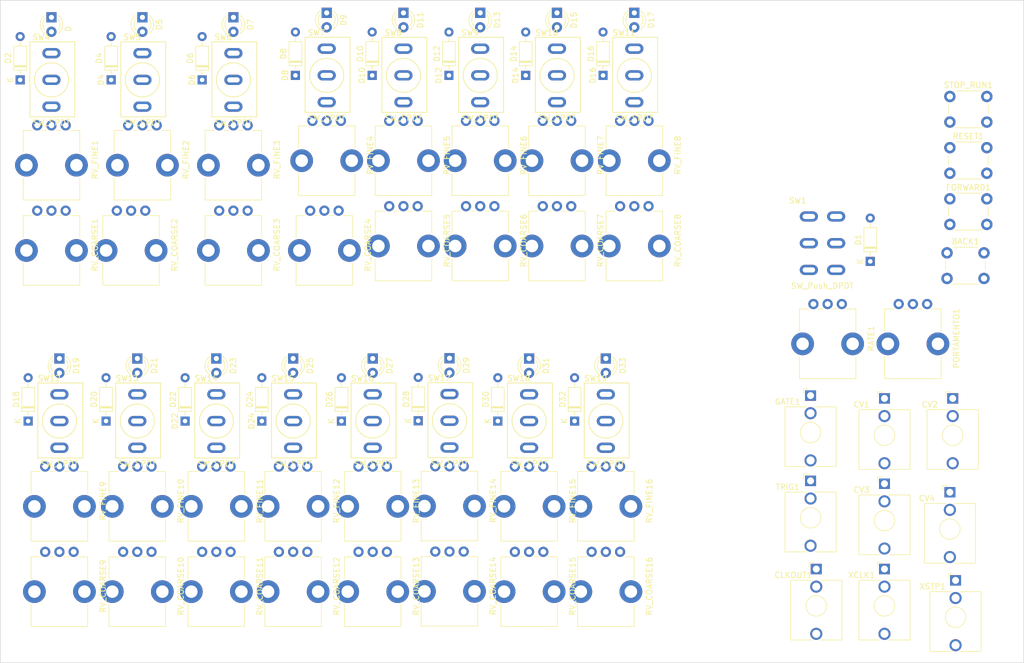
<source format=kicad_pcb>
(kicad_pcb (version 20221018) (generator pcbnew)
  (layers (0 "F.Cu" signal) (31 "B.Cu" signal) (34 "B.Paste" user) (35 "F.Paste" user) (36 "B.SilkS" user "B.Silkscreen") (37 "F.SilkS" user "F.Silkscreen") (38 "B.Mask" user) (39 "F.Mask" user) (44 "Edge.Cuts" user))
  (net 0 "")
  (net 1 "STDN")
  (net 2 "+12V")
  (net 3 "GND")
  (net 4 "CLKOUT")
  (net 5 "CV1")
  (net 6 "CV2")
  (net 7 "CV3")
  (net 8 "Net-(D1-K)")
  (net 9 "Net-(D1-A)")
  (net 10 "Net-(D2-K)")
  (net 11 "S1")
  (net 12 "CBUS")
  (net 13 "Net-(D4-K)")
  (net 14 "S2")
  (net 15 "Net-(D6-K)")
  (net 16 "S3")
  (net 17 "Net-(D8-K)")
  (net 18 "S4")
  (net 19 "Net-(D10-K)")
  (net 20 "S5")
  (net 21 "Net-(D12-K)")
  (net 22 "S6")
  (net 23 "Net-(D14-K)")
  (net 24 "S7")
  (net 25 "Net-(D16-K)")
  (net 26 "S8")
  (net 27 "Net-(D18-K)")
  (net 28 "S9")
  (net 29 "Net-(D20-K)")
  (net 30 "S10")
  (net 31 "Net-(D22-K)")
  (net 32 "S11")
  (net 33 "Net-(D24-K)")
  (net 34 "S12")
  (net 35 "STUP")
  (net 36 "GATE")
  (net 37 "PORT_1_2")
  (net 38 "PORT_3")
  (net 39 "RATE_1_2")
  (net 40 "RATE_3")
  (net 41 "RST")
  (net 42 "C1")
  (net 43 "VSRC")
  (net 44 "C2")
  (net 45 "C3")
  (net 46 "C4")
  (net 47 "C5")
  (net 48 "C6")
  (net 49 "C7")
  (net 50 "C8")
  (net 51 "C9")
  (net 52 "C10")
  (net 53 "C11")
  (net 54 "C12")
  (net 55 "F1")
  (net 56 "F2")
  (net 57 "F3")
  (net 58 "F4")
  (net 59 "F5")
  (net 60 "F6")
  (net 61 "F7")
  (net 62 "F8")
  (net 63 "F9")
  (net 64 "F10")
  (net 65 "F11")
  (net 66 "F12")
  (net 67 "STRN")
  (net 69 "RND")
  (net 70 "Net-(SW1-B-Pad5)")
  (net 72 "GB")
  (net 73 "TRIG")
  (net 74 "XCLK")
  (net 75 "XSTP")
  (net 76 "Net-(D26-K)")
  (net 77 "S13")
  (net 78 "Net-(D28-K)")
  (net 79 "S14")
  (net 80 "Net-(D30-K)")
  (net 81 "S15")
  (net 82 "Net-(D32-K)")
  (net 83 "S16")
  (net 84 "C13")
  (net 85 "C14")
  (net 86 "C15")
  (net 87 "C16")
  (net 88 "F13")
  (net 89 "F14")
  (net 90 "F15")
  (net 91 "F16")
  (footprint "Library:Jack_3.5mm_QingPu_WQP-PJ398SM_Vertical_CircularHoles" (layer "F.Cu") (at 143.5 112.5)
    (fp_text reference "CLKOUT1" (at -4.03 -5.4 180) (layer "F.SilkS"))
    (fp_text value "AudioJack2")
    (pad "S" thru_hole rect (at 0 -6.48 180) (size 1.93 1.83) (drill 1.22) (layers "*.Cu" "*.Mask") (net 3 "GND"))
    (pad "T" thru_hole circle (at 0 4.92 180) (size 2.13 2.13) (drill 1.43) (layers "*.Cu" "*.Mask") (net 4 "CLKOUT"))
    (pad "TN" thru_hole circle (at 0 -3.38 180) (size 2.13 2.13) (drill 1.42) (layers "*.Cu" "*.Mask"))
  )
  (footprint "Diode_THT:D_DO-35_SOD27_P7.62mm_Horizontal" (layer "F.Cu") (at 60 80 90)
    (fp_text reference "D26" (at 3.81 -2.12 90) (layer "F.SilkS"))
    (fp_text value "1N914")
    (fp_text user "K" (at 0 -1.8 90) (layer "F.SilkS"))
    (pad "1" thru_hole rect (at 0 0 90) (size 1.6 1.6) (drill 0.8) (layers "*.Cu" "*.Mask") (net 76 "Net-(D26-K)"))
    (pad "2" thru_hole oval (at 7.62 0 90) (size 1.6 1.6) (drill 0.8) (layers "*.Cu" "*.Mask") (net 77 "S13"))
  )
  (footprint "benjiaomodular:ToggleSwitch_MTS-102_SPDT" (layer "F.Cu") (at 79 79.95)
    (fp_text reference "SW17" (at -1.8 -7.5) (layer "F.SilkS"))
    (fp_text value "SW_SPDT" (at 0 7.5) (layer "F.SilkS"))
    (pad "1" thru_hole oval (at 0 -4.7) (size 3.2 1.8) (drill oval 2.2 0.9) (layers "*.Cu" "*.Mask") (net 79 "S14"))
    (pad "2" thru_hole oval (at 0 0) (size 3.2 1.8) (drill oval 2.2 0.9) (layers "*.Cu" "*.Mask") (net 78 "Net-(D28-K)"))
    (pad "3" thru_hole oval (at 0 4.7) (size 3.2 1.8) (drill oval 2.2 0.9) (layers "*.Cu" "*.Mask") (net 72 "GB"))
  )
  (footprint "Library:Potentiometer_Bourns_PTV09A-1_Single_Vertical" (layer "F.Cu") (at 97.904 34.21)
    (fp_text reference "RV_FINE7" (at 7.65 -0.95 -90) (layer "F.SilkS"))
    (fp_text value "100K")
    (pad "" np_thru_hole circle (at -4.4 0 270) (size 4 4) (drill 2.2) (layers "F&B.Cu" "*.Mask"))
    (pad "" np_thru_hole circle (at 4.4 0 270) (size 4 4) (drill 2.2) (layers "F&B.Cu" "*.Mask"))
    (pad "1" thru_hole circle (at -2.5 -7 270) (size 1.8 1.8) (drill 1) (layers "*.Cu" "*.Mask") (net 3 "GND"))
    (pad "2" thru_hole circle (at 0 -7 270) (size 1.8 1.8) (drill 1) (layers "*.Cu" "*.Mask") (net 61 "F7"))
    (pad "3" thru_hole circle (at 2.5 -7 270) (size 1.8 1.8) (drill 1) (layers "*.Cu" "*.Mask") (net 43 "VSRC"))
  )
  (footprint "benjiaomodular:ToggleSwitch_MTS-202_DPDT" (layer "F.Cu") (at 144.6 48.72)
    (fp_text reference "SW1" (at -4.35 -7.5) (layer "F.SilkS"))
    (fp_text value "SW_Push_DPDT" (at 0 7.5) (layer "F.SilkS"))
    (pad "1" thru_hole oval (at -2.4 -4.7) (size 3.2 1.8) (drill oval 2.2 0.9) (layers "*.Cu" "*.Mask"))
    (pad "2" thru_hole oval (at -2.4 0) (size 3.2 1.8) (drill oval 2.2 0.9) (layers "*.Cu" "*.Mask") (net 3 "GND"))
    (pad "3" thru_hole oval (at -2.4 4.7) (size 3.2 1.8) (drill oval 2.2 0.9) (layers "*.Cu" "*.Mask") (net 69 "RND"))
    (pad "4" thru_hole oval (at 2.4 -4.7) (size 3.2 1.8) (drill oval 2.2 0.9) (layers "*.Cu" "*.Mask") (net 8 "Net-(D1-K)"))
    (pad "5" thru_hole oval (at 2.4 0) (size 3.2 1.8) (drill oval 2.2 0.9) (layers "*.Cu" "*.Mask") (net 70 "Net-(SW1-B-Pad5)"))
    (pad "6" thru_hole oval (at 2.4 4.7) (size 3.2 1.8) (drill oval 2.2 0.9) (layers "*.Cu" "*.Mask"))
  )
  (footprint "benjiaomodular:ToggleSwitch_MTS-102_SPDT" (layer "F.Cu") (at 84.404 19.21)
    (fp_text reference "SW9" (at -1.8 -7.5) (layer "F.SilkS"))
    (fp_text value "SW_SPDT" (at 0 7.5) (layer "F.SilkS"))
    (pad "1" thru_hole oval (at 0 -4.7) (size 3.2 1.8) (drill oval 2.2 0.9) (layers "*.Cu" "*.Mask") (net 22 "S6"))
    (pad "2" thru_hole oval (at 0 0) (size 3.2 1.8) (drill oval 2.2 0.9) (layers "*.Cu" "*.Mask") (net 21 "Net-(D12-K)"))
    (pad "3" thru_hole oval (at 0 4.7) (size 3.2 1.8) (drill oval 2.2 0.9) (layers "*.Cu" "*.Mask") (net 72 "GB"))
  )
  (footprint "Library:Potentiometer_Bourns_PTV09A-1_Single_Vertical" (layer "F.Cu") (at 111.504 49.21)
    (fp_text reference "RV_COARSE8" (at 7.65 -0.95 -90) (layer "F.SilkS"))
    (fp_text value "100K")
    (pad "" np_thru_hole circle (at -4.4 0 270) (size 4 4) (drill 2.2) (layers "F&B.Cu" "*.Mask"))
    (pad "" np_thru_hole circle (at 4.4 0 270) (size 4 4) (drill 2.2) (layers "F&B.Cu" "*.Mask"))
    (pad "1" thru_hole circle (at -2.5 -7 270) (size 1.8 1.8) (drill 1) (layers "*.Cu" "*.Mask") (net 3 "GND"))
    (pad "2" thru_hole circle (at 0 -7 270) (size 1.8 1.8) (drill 1) (layers "*.Cu" "*.Mask") (net 50 "C8"))
    (pad "3" thru_hole circle (at 2.5 -7 270) (size 1.8 1.8) (drill 1) (layers "*.Cu" "*.Mask") (net 43 "VSRC"))
  )
  (footprint "benjiaomodular:ToggleSwitch_MTS-102_SPDT" (layer "F.Cu") (at 65.5 80)
    (fp_text reference "SW16" (at -1.8 -7.5) (layer "F.SilkS"))
    (fp_text value "SW_SPDT" (at 0 7.5) (layer "F.SilkS"))
    (pad "1" thru_hole oval (at 0 -4.7) (size 3.2 1.8) (drill oval 2.2 0.9) (layers "*.Cu" "*.Mask") (net 77 "S13"))
    (pad "2" thru_hole oval (at 0 0) (size 3.2 1.8) (drill oval 2.2 0.9) (layers "*.Cu" "*.Mask") (net 76 "Net-(D26-K)"))
    (pad "3" thru_hole oval (at 0 4.7) (size 3.2 1.8) (drill oval 2.2 0.9) (layers "*.Cu" "*.Mask") (net 72 "GB"))
  )
  (footprint "Library:Potentiometer_Bourns_PTV09A-1_Single_Vertical" (layer "F.Cu") (at 93 110)
    (fp_text reference "RV_COARSE15" (at 7.65 -0.95 -90) (layer "F.SilkS"))
    (fp_text value "100K")
    (pad "" np_thru_hole circle (at -4.4 0 270) (size 4 4) (drill 2.2) (layers "F&B.Cu" "*.Mask"))
    (pad "" np_thru_hole circle (at 4.4 0 270) (size 4 4) (drill 2.2) (layers "F&B.Cu" "*.Mask"))
    (pad "1" thru_hole circle (at -2.5 -7 270) (size 1.8 1.8) (drill 1) (layers "*.Cu" "*.Mask") (net 3 "GND"))
    (pad "2" thru_hole circle (at 0 -7 270) (size 1.8 1.8) (drill 1) (layers "*.Cu" "*.Mask") (net 86 "C15"))
    (pad "3" thru_hole circle (at 2.5 -7 270) (size 1.8 1.8) (drill 1) (layers "*.Cu" "*.Mask") (net 43 "VSRC"))
  )
  (footprint "Library:Potentiometer_Bourns_PTV09A-1_Single_Vertical" (layer "F.Cu") (at 160.5 66.42)
    (fp_text reference "PORTAMENTO1" (at 7.65 -0.95 -90) (layer "F.SilkS"))
    (fp_text value "1M")
    (pad "" np_thru_hole circle (at -4.4 0 270) (size 4 4) (drill 2.2) (layers "F&B.Cu" "*.Mask"))
    (pad "" np_thru_hole circle (at 4.4 0 270) (size 4 4) (drill 2.2) (layers "F&B.Cu" "*.Mask"))
    (pad "1" thru_hole circle (at -2.5 -7 270) (size 1.8 1.8) (drill 1) (layers "*.Cu" "*.Mask") (net 37 "PORT_1_2"))
    (pad "2" thru_hole circle (at 0 -7 270) (size 1.8 1.8) (drill 1) (layers "*.Cu" "*.Mask") (net 37 "PORT_1_2"))
    (pad "3" thru_hole circle (at 2.5 -7 270) (size 1.8 1.8) (drill 1) (layers "*.Cu" "*.Mask") (net 38 "PORT_3"))
  )
  (footprint "Library:Jack_3.5mm_QingPu_WQP-PJ398SM_Vertical_CircularHoles" (layer "F.Cu") (at 155.5 97.5)
    (fp_text reference "CV3" (at -4.03 -5.4 180) (layer "F.SilkS"))
    (fp_text value "AudioJack2")
    (pad "S" thru_hole rect (at 0 -6.48 180) (size 1.93 1.83) (drill 1.22) (layers "*.Cu" "*.Mask") (net 3 "GND"))
    (pad "T" thru_hole circle (at 0 4.92 180) (size 2.13 2.13) (drill 1.43) (layers "*.Cu" "*.Mask") (net 6 "CV2"))
    (pad "TN" thru_hole circle (at 0 -3.38 180) (size 2.13 2.13) (drill 1.42) (layers "*.Cu" "*.Mask"))
  )
  (footprint "Diode_THT:D_DO-35_SOD27_P7.62mm_Horizontal" (layer "F.Cu") (at 46 80 90)
    (fp_text reference "D24" (at 3.81 -2.12 90) (layer "F.SilkS"))
    (fp_text value "1N914")
    (fp_text user "${REFERENCE}" (at 0 -1.8 90) (layer "F.SilkS"))
    (pad "1" thru_hole rect (at 0 0 90) (size 1.6 1.6) (drill 0.8) (layers "*.Cu" "*.Mask") (net 33 "Net-(D24-K)"))
    (pad "2" thru_hole oval (at 7.62 0 90) (size 1.6 1.6) (drill 0.8) (layers "*.Cu" "*.Mask") (net 34 "S12"))
  )
  (footprint "Diode_THT:D_DO-35_SOD27_P7.62mm_Horizontal" (layer "F.Cu") (at 87.5 80 90)
    (fp_text reference "D30" (at 3.81 -2.12 90) (layer "F.SilkS"))
    (fp_text value "1N914")
    (fp_text user "K" (at 0 -1.8 90) (layer "F.SilkS"))
    (pad "1" thru_hole rect (at 0 0 90) (size 1.6 1.6) (drill 0.8) (layers "*.Cu" "*.Mask") (net 80 "Net-(D30-K)"))
    (pad "2" thru_hole oval (at 7.62 0 90) (size 1.6 1.6) (drill 0.8) (layers "*.Cu" "*.Mask") (net 81 "S15"))
  )
  (footprint "LED_THT:LED_D3.0mm" (layer "F.Cu") (at 70.904 8.21 -90)
    (fp_text reference "D11" (at 1.27 -2.96 90) (layer "F.SilkS"))
    (fp_text value "LED")
    (pad "1" thru_hole rect (at 0 0 270) (size 1.8 1.8) (drill 0.9) (layers "*.Cu" "*.Mask") (net 12 "CBUS"))
    (pad "2" thru_hole circle (at 2.54 0 270) (size 1.8 1.8) (drill 0.9) (layers "*.Cu" "*.Mask") (net 20 "S5"))
  )
  (footprint "benjiaomodular:ToggleSwitch_MTS-102_SPDT" (layer "F.Cu") (at 24.1 80)
    (fp_text reference "SW13" (at -1.8 -7.5) (layer "F.SilkS"))
    (fp_text value "SW_SPDT" (at 0 7.5) (layer "F.SilkS"))
    (pad "1" thru_hole oval (at 0 -4.7) (size 3.2 1.8) (drill oval 2.2 0.9) (layers "*.Cu" "*.Mask") (net 30 "S10"))
    (pad "2" thru_hole oval (at 0 0) (size 3.2 1.8) (drill oval 2.2 0.9) (layers "*.Cu" "*.Mask") (net 29 "Net-(D20-K)"))
    (pad "3" thru_hole oval (at 0 4.7) (size 3.2 1.8) (drill oval 2.2 0.9) (layers "*.Cu" "*.Mask") (net 72 "GB"))
  )
  (footprint "Diode_THT:D_DO-35_SOD27_P7.62mm_Horizontal" (layer "F.Cu") (at 153 51.92 90)
    (fp_text reference "D1" (at 3.81 -2.12 90) (layer "F.SilkS"))
    (fp_text value "1N914")
    (fp_text user "K" (at 0 -1.8 90) (layer "F.SilkS"))
    (pad "1" thru_hole rect (at 0 0 90) (size 1.6 1.6) (drill 0.8) (layers "*.Cu" "*.Mask") (net 8 "Net-(D1-K)"))
    (pad "2" thru_hole oval (at 7.62 0 90) (size 1.6 1.6) (drill 0.8) (layers "*.Cu" "*.Mask") (net 9 "Net-(D1-A)"))
  )
  (footprint "Diode_THT:D_DO-35_SOD27_P7.62mm_Horizontal" (layer "F.Cu") (at 106.004 19.21 90)
    (fp_text reference "D16" (at 3.81 -2.12 90) (layer "F.SilkS"))
    (fp_text value "1N914")
    (fp_text user "${REFERENCE}" (at 0 -1.8 90) (layer "F.SilkS"))
    (pad "1" thru_hole rect (at 0 0 90) (size 1.6 1.6) (drill 0.8) (layers "*.Cu" "*.Mask") (net 25 "Net-(D16-K)"))
    (pad "2" thru_hole oval (at 7.62 0 90) (size 1.6 1.6) (drill 0.8) (layers "*.Cu" "*.Mask") (net 26 "S8"))
  )
  (footprint "Diode_THT:D_DO-35_SOD27_P7.62mm_Horizontal" (layer "F.Cu") (at 3.5 20 90)
    (fp_text reference "D2" (at 3.81 -2.12 90) (layer "F.SilkS"))
    (fp_text value "1N914")
    (fp_text user "K" (at 0 -1.8 90) (layer "F.SilkS"))
    (pad "1" thru_hole rect (at 0 0 90) (size 1.6 1.6) (drill 0.8) (layers "*.Cu" "*.Mask") (net 10 "Net-(D2-K)"))
    (pad "2" thru_hole oval (at 7.62 0 90) (size 1.6 1.6) (drill 0.8) (layers "*.Cu" "*.Mask") (net 11 "S1"))
  )
  (footprint "LED_THT:LED_D3.0mm" (layer "F.Cu") (at 41 9 -90)
    (fp_text reference "D7" (at 1.27 -2.96 90) (layer "F.SilkS"))
    (fp_text value "LED")
    (pad "1" thru_hole rect (at 0 0 270) (size 1.8 1.8) (drill 0.9) (layers "*.Cu" "*.Mask") (net 12 "CBUS"))
    (pad "2" thru_hole circle (at 2.54 0 270) (size 1.8 1.8) (drill 0.9) (layers "*.Cu" "*.Mask") (net 16 "S3"))
  )
  (footprint "Library:Jack_3.5mm_QingPu_WQP-PJ398SM_Vertical_CircularHoles" (layer "F.Cu") (at 142.5 97)
    (fp_text reference "TRIG1" (at -4.03 -5.4 180) (layer "F.SilkS"))
    (fp_text value "AudioJack2")
    (pad "S" thru_hole rect (at 0 -6.48 180) (size 1.93 1.83) (drill 1.22) (layers "*.Cu" "*.Mask") (net 3 "GND"))
    (pad "T" thru_hole circle (at 0 4.92 180) (size 2.13 2.13) (drill 1.43) (layers "*.Cu" "*.Mask") (net 73 "TRIG"))
    (pad "TN" thru_hole circle (at 0 -3.38 180) (size 2.13 2.13) (drill 1.42) (layers "*.Cu" "*.Mask"))
  )
  (footprint "Library:Potentiometer_Bourns_PTV09A-1_Single_Vertical" (layer "F.Cu") (at 79 94.95)
    (fp_text reference "RV_FINE14" (at 7.65 -0.95 -90) (layer "F.SilkS"))
    (fp_text value "100K")
    (pad "" np_thru_hole circle (at -4.4 0 270) (size 4 4) (drill 2.2) (layers "F&B.Cu" "*.Mask"))
    (pad "" np_thru_hole circle (at 4.4 0 270) (size 4 4) (drill 2.2) (layers "F&B.Cu" "*.Mask"))
    (pad "1" thru_hole circle (at -2.5 -7 270) (size 1.8 1.8) (drill 1) (layers "*.Cu" "*.Mask") (net 3 "GND"))
    (pad "2" thru_hole circle (at 0 -7 270) (size 1.8 1.8) (drill 1) (layers "*.Cu" "*.Mask") (net 89 "F14"))
    (pad "3" thru_hole circle (at 2.5 -7 270) (size 1.8 1.8) (drill 1) (layers "*.Cu" "*.Mask") (net 43 "VSRC"))
  )
  (footprint "LED_THT:LED_D3.0mm" (layer "F.Cu") (at 25 9 -90)
    (fp_text reference "D5" (at 1.27 -2.96 90) (layer "F.SilkS"))
    (fp_text value "LED")
    (pad "1" thru_hole rect (at 0 0 270) (size 1.8 1.8) (drill 0.9) (layers "*.Cu" "*.Mask") (net 12 "CBUS"))
    (pad "2" thru_hole circle (at 2.54 0 270) (size 1.8 1.8) (drill 0.9) (layers "*.Cu" "*.Mask") (net 14 "S2"))
  )
  (footprint "Diode_THT:D_DO-35_SOD27_P7.62mm_Horizontal" (layer "F.Cu") (at 92.404 19.21 90)
    (fp_text reference "D14" (at 3.81 -2.12 90) (layer "F.SilkS"))
    (fp_text value "1N914")
    (fp_text user "${REFERENCE}" (at 0 -1.8 90) (layer "F.SilkS"))
    (pad "1" thru_hole rect (at 0 0 90) (size 1.6 1.6) (drill 0.8) (layers "*.Cu" "*.Mask") (net 23 "Net-(D14-K)"))
    (pad "2" thru_hole oval (at 7.62 0 90) (size 1.6 1.6) (drill 0.8) (layers "*.Cu" "*.Mask") (net 24 "S7"))
  )
  (footprint "Library:Potentiometer_Bourns_PTV09A-1_Single_Vertical" (layer "F.Cu") (at 23 50)
    (fp_text reference "RV_COARSE2" (at 7.65 -0.95 -90) (layer "F.SilkS"))
    (fp_text value "100K")
    (pad "" np_thru_hole circle (at -4.4 0 270) (size 4 4) (drill 2.2) (layers "F&B.Cu" "*.Mask"))
    (pad "" np_thru_hole circle (at 4.4 0 270) (size 4 4) (drill 2.2) (layers "F&B.Cu" "*.Mask"))
    (pad "1" thru_hole circle (at -2.5 -7 270) (size 1.8 1.8) (drill 1) (layers "*.Cu" "*.Mask") (net 3 "GND"))
    (pad "2" thru_hole circle (at 0 -7 270) (size 1.8 1.8) (drill 1) (layers "*.Cu" "*.Mask") (net 44 "C2"))
    (pad "3" thru_hole circle (at 2.5 -7 270) (size 1.8 1.8) (drill 1) (layers "*.Cu" "*.Mask") (net 43 "VSRC"))
  )
  (footprint "Button_Switch_THT:SW_PUSH_6mm" (layer "F.Cu") (at 167 22.92)
    (fp_text reference "STOP_RUN1" (at 3.25 -2) (layer "F.SilkS"))
    (fp_text value "SW_Push")
    (pad "1" thru_hole circle (at 0 0 90) (size 2 2) (drill 1.1) (layers "*.Cu" "*.Mask") (net 67 "STRN"))
    (pad "1" thru_hole circle (at 6.5 0 90) (size 2 2) (drill 1.1) (layers "*.Cu" "*.Mask") (net 67 "STRN"))
    (pad "2" thru_hole circle (at 0 4.5 90) (size 2 2) (drill 1.1) (layers "*.Cu" "*.Mask") (net 2 "+12V"))
    (pad "2" thru_hole circle (at 6.5 4.5 90) (size 2 2) (drill 1.1) (layers "*.Cu" "*.Mask") (net 2 "+12V"))
  )
  (footprint "benjiaomodular:ToggleSwitch_MTS-102_SPDT" (layer "F.Cu") (at 106.5 80)
    (fp_text reference "SW19" (at -1.8 -7.5) (layer "F.SilkS"))
    (fp_text value "SW_SPDT" (at 0 7.5) (layer "F.SilkS"))
    (pad "1" thru_hole oval (at 0 -4.7) (size 3.2 1.8) (drill oval 2.2 0.9) (layers "*.Cu" "*.Mask") (net 83 "S16"))
    (pad "2" thru_hole oval (at 0 0) (size 3.2 1.8) (drill oval 2.2 0.9) (layers "*.Cu" "*.Mask") (net 82 "Net-(D32-K)"))
    (pad "3" thru_hole oval (at 0 4.7) (size 3.2 1.8) (drill oval 2.2 0.9) (layers "*.Cu" "*.Mask") (net 72 "GB"))
  )
  (footprint "Library:Jack_3.5mm_QingPu_WQP-PJ398SM_Vertical_CircularHoles" (layer "F.Cu") (at 168 114.5)
    (fp_text reference "XSTP1" (at -4.03 -5.4 180) (layer "F.SilkS"))
    (fp_text value "AudioJack2")
    (pad "S" thru_hole rect (at 0 -6.48 180) (size 1.93 1.83) (drill 1.22) (layers "*.Cu" "*.Mask") (net 3 "GND"))
    (pad "T" thru_hole circle (at 0 4.92 180) (size 2.13 2.13) (drill 1.43) (layers "*.Cu" "*.Mask") (net 75 "XSTP"))
    (pad "TN" thru_hole circle (at 0 -3.38 180) (size 2.13 2.13) (drill 1.42) (layers "*.Cu" "*.Mask"))
  )
  (footprint "Library:Potentiometer_Bourns_PTV09A-1_Single_Vertical" (layer "F.Cu") (at 24.1 95)
    (fp_text reference "RV_FINE10" (at 7.65 -0.95 -90) (layer "F.SilkS"))
    (fp_text value "100K")
    (pad "" np_thru_hole circle (at -4.4 0 270) (size 4 4) (drill 2.2) (layers "F&B.Cu" "*.Mask"))
    (pad "" np_thru_hole circle (at 4.4 0 270) (size 4 4) (drill 2.2) (layers "F&B.Cu" "*.Mask"))
    (pad "1" thru_hole circle (at -2.5 -7 270) (size 1.8 1.8) (drill 1) (layers "*.Cu" "*.Mask") (net 3 "GND"))
    (pad "2" thru_hole circle (at 0 -7 270) (size 1.8 1.8) (drill 1) (layers "*.Cu" "*.Mask") (net 64 "F10"))
    (pad "3" thru_hole circle (at 2.5 -7 270) (size 1.8 1.8) (drill 1) (layers "*.Cu" "*.Mask") (net 43 "VSRC"))
  )
  (footprint "benjiaomodular:ToggleSwitch_MTS-102_SPDT" (layer "F.Cu") (at 51.5 80)
    (fp_text reference "SW15" (at -1.8 -7.5) (layer "F.SilkS"))
    (fp_text value "SW_SPDT" (at 0 7.5) (layer "F.SilkS"))
    (pad "1" thru_hole oval (at 0 -4.7) (size 3.2 1.8) (drill oval 2.2 0.9) (layers "*.Cu" "*.Mask") (net 34 "S12"))
    (pad "2" thru_hole oval (at 0 0) (size 3.2 1.8) (drill oval 2.2 0.9) (layers "*.Cu" "*.Mask") (net 33 "Net-(D24-K)"))
    (pad "3" thru_hole oval (at 0 4.7) (size 3.2 1.8) (drill oval 2.2 0.9) (layers "*.Cu" "*.Mask") (net 72 "GB"))
  )
  (footprint "Library:Potentiometer_Bourns_PTV09A-1_Single_Vertical" (layer "F.Cu") (at 84.404 34.21)
    (fp_text reference "RV_FINE6" (at 7.65 -0.95 -90) (layer "F.SilkS"))
    (fp_text value "100K")
    (pad "" np_thru_hole circle (at -4.4 0 270) (size 4 4) (drill 2.2) (layers "F&B.Cu" "*.Mask"))
    (pad "" np_thru_hole circle (at 4.4 0 270) (size 4 4) (drill 2.2) (layers "F&B.Cu" "*.Mask"))
    (pad "1" thru_hole circle (at -2.5 -7 270) (size 1.8 1.8) (drill 1) (layers "*.Cu" "*.Mask") (net 3 "GND"))
    (pad "2" thru_hole circle (at 0 -7 270) (size 1.8 1.8) (drill 1) (layers "*.Cu" "*.Mask") (net 60 "F6"))
    (pad "3" thru_hole circle (at 2.5 -7 270) (size 1.8 1.8) (drill 1) (layers "*.Cu" "*.Mask") (net 43 "VSRC"))
  )
  (footprint "Button_Switch_THT:SW_PUSH_6mm" (layer "F.Cu") (at 167 40.92)
    (fp_text reference "FORWARD1" (at 3.25 -2) (layer "F.SilkS"))
    (fp_text value "SW_Push")
    (pad "1" thru_hole circle (at 0 0 90) (size 2 2) (drill 1.1) (layers "*.Cu" "*.Mask") (net 35 "STUP"))
    (pad "1" thru_hole circle (at 6.5 0 90) (size 2 2) (drill 1.1) (layers "*.Cu" "*.Mask") (net 35 "STUP"))
    (pad "2" thru_hole circle (at 0 4.5 90) (size 2 2) (drill 1.1) (layers "*.Cu" "*.Mask") (net 2 "+12V"))
    (pad "2" thru_hole circle (at 6.5 4.5 90) (size 2 2) (drill 1.1) (layers "*.Cu" "*.Mask") (net 2 "+12V"))
  )
  (footprint "Library:Potentiometer_Bourns_PTV09A-1_Single_Vertical" (layer "F.Cu") (at 65.5 110)
    (fp_text reference "RV_COARSE13" (at 7.65 -0.95 -90) (layer "F.SilkS"))
    (fp_text value "100K")
    (pad "" np_thru_hole circle (at -4.4 0 270) (size 4 4) (drill 2.2) (layers "F&B.Cu" "*.Mask"))
    (pad "" np_thru_hole circle (at 4.4 0 270) (size 4 4) (drill 2.2) (layers "F&B.Cu" "*.Mask"))
    (pad "1" thru_hole circle (at -2.5 -7 270) (size 1.8 1.8) (drill 1) (layers "*.Cu" "*.Mask") (net 3 "GND"))
    (pad "2" thru_hole circle (at 0 -7 270) (size 1.8 1.8) (drill 1) (layers "*.Cu" "*.Mask") (net 84 "C13"))
    (pad "3" thru_hole circle (at 2.5 -7 270) (size 1.8 1.8) (drill 1) (layers "*.Cu" "*.Mask") (net 43 "VSRC"))
  )
  (footprint "LED_THT:LED_D3.0mm" (layer "F.Cu") (at 106.5 69 -90)
    (fp_text reference "D33" (at 1.27 -2.96 90) (layer "F.SilkS"))
    (fp_text value "LED")
    (pad "1" thru_hole rect (at 0 0 270) (size 1.8 1.8) (drill 0.9) (layers "*.Cu" "*.Mask") (net 12 "CBUS"))
    (pad "2" thru_hole circle (at 2.54 0 270) (size 1.8 1.8) (drill 0.9) (layers "*.Cu" "*.Mask") (net 83 "S16"))
  )
  (footprint "Button_Switch_THT:SW_PUSH_6mm" (layer "F.Cu") (at 166.5 50.42)
    (fp_text reference "BACK1" (at 3.25 -2) (layer "F.SilkS"))
    (fp_text value "SW_Push")
    (pad "1" thru_hole circle (at 0 0 90) (size 2 2) (drill 1.1) (layers "*.Cu" "*.Mask") (net 1 "STDN"))
    (pad "1" thru_hole circle (at 6.5 0 90) (size 2 2) (drill 1.1) (layers "*.Cu" "*.Mask") (net 1 "STDN"))
    (pad "2" thru_hole circle (at 0 4.5 90) (size 2 2) (drill 1.1) (layers "*.Cu" "*.Mask") (net 2 "+12V"))
    (pad "2" thru_hole circle (at 6.5 4.5 90) (size 2 2) (drill 1.1) (layers "*.Cu" "*.Mask") (net 2 "+12V"))
  )
  (footprint "Button_Switch_THT:SW_PUSH_6mm" (layer "F.Cu") (at 167 31.92)
    (fp_text reference "RESET1" (at 3.25 -2) (layer "F.SilkS"))
    (fp_text value "SW_Push")
    (pad "1" thru_hole circle (at 0 0 90) (size 2 2) (drill 1.1) (layers "*.Cu" "*.Mask") (net 41 "RST"))
    (pad "1" thru_hole circle (at 6.5 0 90) (size 2 2) (drill 1.1) (layers "*.Cu" "*.Mask") (net 41 "RST"))
    (pad "2" thru_hole circle (at 0 4.5 90) (size 2 2) (drill 1.1) (layers "*.Cu" "*.Mask") (net 3 "GND"))
    (pad "2" thru_hole circle (at 6.5 4.5 90) (size 2 2) (drill 1.1) (layers "*.Cu" "*.Mask") (net 3 "GND"))
  )
  (footprint "Library:Potentiometer_Bourns_PTV09A-1_Single_Vertical" (layer "F.Cu") (at 41 50)
    (fp_text reference "RV_COARSE3" (at 7.65 -0.95 -90) (layer "F.SilkS"))
    (fp_text value "100K")
    (pad "" np_thru_hole circle (at -4.4 0 270) (size 4 4) (drill 2.2) (layers "F&B.Cu" "*.Mask"))
    (pad "" np_thru_hole circle (at 4.4 0 270) (size 4 4) (drill 2.2) (layers "F&B.Cu" "*.Mask"))
    (pad "1" thru_hole circle (at -2.5 -7 270) (size 1.8 1.8) (drill 1) (layers "*.Cu" "*.Mask") (net 3 "GND"))
    (pad "2" thru_hole circle (at 0 -7 270) (size 1.8 1.8) (drill 1) (layers "*.Cu" "*.Mask") (net 45 "C3"))
    (pad "3" thru_hole circle (at 2.5 -7 270) (size 1.8 1.8) (drill 1) (layers "*.Cu" "*.Mask") (net 43 "VSRC"))
  )
  (footprint "Diode_THT:D_DO-35_SOD27_P7.62mm_Horizontal" (layer "F.Cu") (at 32.5 80 90)
    (fp_text reference "D22" (at 3.81 -2.12 90) (layer "F.SilkS"))
    (fp_text value "1N914")
    (fp_text user "${REFERENCE}" (at 0 -1.8 90) (layer "F.SilkS"))
    (pad "1" thru_hole rect (at 0 0 90) (size 1.6 1.6) (drill 0.8) (layers "*.Cu" "*.Mask") (net 31 "Net-(D22-K)"))
    (pad "2" thru_hole oval (at 7.62 0 90) (size 1.6 1.6) (drill 0.8) (layers "*.Cu" "*.Mask") (net 32 "S11"))
  )
  (footprint "Library:Potentiometer_Bourns_PTV09A-1_Single_Vertical" (layer "F.Cu") (at 93 95)
    (fp_text reference "RV_FINE15" (at 7.65 -0.95 -90) (layer "F.SilkS"))
    (fp_text value "100K")
    (pad "" np_thru_hole circle (at -4.4 0 270) (size 4 4) (drill 2.2) (layers "F&B.Cu" "*.Mask"))
    (pad "" np_thru_hole circle (at 4.4 0 270) (size 4 4) (drill 2.2) (layers "F&B.Cu" "*.Mask"))
    (pad "1" thru_hole circle (at -2.5 -7 270) (size 1.8 1.8) (drill 1) (layers "*.Cu" "*.Mask") (net 3 "GND"))
    (pad "2" thru_hole circle (at 0 -7 270) (size 1.8 1.8) (drill 1) (layers "*.Cu" "*.Mask") (net 90 "F15"))
    (pad "3" thru_hole circle (at 2.5 -7 270) (size 1.8 1.8) (drill 1) (layers "*.Cu" "*.Mask") (net 43 "VSRC"))
  )
  (footprint "Library:Potentiometer_Bourns_PTV09A-1_Single_Vertical" (layer "F.Cu") (at 70.904 49.21)
    (fp_text reference "RV_COARSE5" (at 7.65 -0.95 -90) (layer "F.SilkS"))
    (fp_text value "100K")
    (pad "" np_thru_hole circle (at -4.4 0 270) (size 4 4) (drill 2.2) (layers "F&B.Cu" "*.Mask"))
    (pad "" np_thru_hole circle (at 4.4 0 270) (size 4 4) (drill 2.2) (layers "F&B.Cu" "*.Mask"))
    (pad "1" thru_hole circle (at -2.5 -7 270) (size 1.8 1.8) (drill 1) (layers "*.Cu" "*.Mask") (net 3 "GND"))
    (pad "2" thru_hole circle (at 0 -7 270) (size 1.8 1.8) (drill 1) (layers "*.Cu" "*.Mask") (net 47 "C5"))
    (pad "3" thru_hole circle (at 2.5 -7 270) (size 1.8 1.8) (drill 1) (layers "*.Cu" "*.Mask") (net 43 "VSRC"))
  )
  (footprint "benjiaomodular:ToggleSwitch_MTS-102_SPDT" (layer "F.Cu") (at 57.404 19.21)
    (fp_text reference "SW7" (at -1.8 -7.5) (layer "F.SilkS"))
    (fp_text value "SW_SPDT" (at 0 7.5) (layer "F.SilkS"))
    (pad "1" thru_hole oval (at 0 -4.7) (size 3.2 1.8) (drill oval 2.2 0.9) (layers "*.Cu" "*.Mask") (net 18 "S4"))
    (pad "2" thru_hole oval (at 0 0) (size 3.2 1.8) (drill oval 2.2 0.9) (layers "*.Cu" "*.Mask") (net 17 "Net-(D8-K)"))
    (pad "3" thru_hole oval (at 0 4.7) (size 3.2 1.8) (drill oval 2.2 0.9) (layers "*.Cu" "*.Mask") (net 72 "GB"))
  )
  (footprint "LED_THT:LED_D3.0mm" (layer "F.Cu") (at 97.904 8.21 -90)
    (fp_text reference "D15" (at 1.27 -2.96 90) (layer "F.SilkS"))
    (fp_text value "LED")
    (pad "1" thru_hole rect (at 0 0 270) (size 1.8 1.8) (drill 0.9) (layers "*.Cu" "*.Mask") (net 12 "CBUS"))
    (pad "2" thru_hole circle (at 2.54 0 270) (size 1.8 1.8) (drill 0.9) (layers "*.Cu" "*.Mask") (net 24 "S7"))
  )
  (footprint "Diode_THT:D_DO-35_SOD27_P7.62mm_Horizontal" (layer "F.Cu") (at 4.9 80 90)
    (fp_text reference "D18" (at 3.81 -2.12 90) (layer "F.SilkS"))
    (fp_text value "1N914")
    (fp_text user "K" (at 0 -1.8 90) (layer "F.SilkS"))
    (pad "1" thru_hole rect (at 0 0 90) (size 1.6 1.6) (drill 0.8) (layers "*.Cu" "*.Mask") (net 27 "Net-(D18-K)"))
    (pad "2" thru_hole oval (at 7.62 0 90) (size 1.6 1.6) (drill 0.8) (layers "*.Cu" "*.Mask") (net 28 "S9"))
  )
  (footprint "LED_THT:LED_D3.0mm" (layer "F.Cu") (at 10.4 69 -90)
    (fp_text reference "D19" (at 1.27 -2.96 90) (layer "F.SilkS"))
    (fp_text value "LED")
    (pad "1" thru_hole rect (at 0 0 270) (size 1.8 1.8) (drill 0.9) (layers "*.Cu" "*.Mask") (net 12 "CBUS"))
    (pad "2" thru_hole circle (at 2.54 0 270) (size 1.8 1.8) (drill 0.9) (layers "*.Cu" "*.Mask") (net 28 "S9"))
  )
  (footprint "LED_THT:LED_D3.0mm" (layer "F.Cu") (at 84.404 8.21 -90)
    (fp_text reference "D13" (at 1.27 -2.96 90) (layer "F.SilkS"))
    (fp_text value "LED")
    (pad "1" thru_hole rect (at 0 0 270) (size 1.8 1.8) (drill 0.9) (layers "*.Cu" "*.Mask") (net 12 "CBUS"))
    (pad "2" thru_hole circle (at 2.54 0 270) (size 1.8 1.8) (drill 0.9) (layers "*.Cu" "*.Mask") (net 22 "S6"))
  )
  (footprint "Library:Potentiometer_Bourns_PTV09A-1_Single_Vertical" (layer "F.Cu") (at 70.904 34.21)
    (fp_text reference "RV_FINE5" (at 7.65 -0.95 -90) (layer "F.SilkS"))
    (fp_text value "100K")
    (pad "" np_thru_hole circle (at -4.4 0 270) (size 4 4) (drill 2.2) (layers "F&B.Cu" "*.Mask"))
    (pad "" np_thru_hole circle (at 4.4 0 270) (size 4 4) (drill 2.2) (layers "F&B.Cu" "*.Mask"))
    (pad "1" thru_hole circle (at -2.5 -7 270) (size 1.8 1.8) (drill 1) (layers "*.Cu" "*.Mask") (net 3 "GND"))
    (pad "2" thru_hole circle (at 0 -7 270) (size 1.8 1.8) (drill 1) (layers "*.Cu" "*.Mask") (net 59 "F5"))
    (pad "3" thru_hole circle (at 2.5 -7 270) (size 1.8 1.8) (drill 1) (layers "*.Cu" "*.Mask") (net 43 "VSRC"))
  )
  (footprint "LED_THT:LED_D3.0mm" (layer "F.Cu") (at 57.404 8.21 -90)
    (fp_text reference "D9" (at 1.27 -2.96 90) (layer "F.SilkS"))
    (fp_text value "LED")
    (pad "1" thru_hole rect (at 0 0 270) (size 1.8 1.8) (drill 0.9) (layers "*.Cu" "*.Mask") (net 12 "CBUS"))
    (pad "2" thru_hole circle (at 2.54 0 270) (size 1.8 1.8) (drill 0.9) (layers "*.Cu" "*.Mask") (net 18 "S4"))
  )
  (footprint "LED_THT:LED_D3.0mm" (layer "F.Cu") (at 51.5 69 -90)
    (fp_text reference "D25" (at 1.27 -2.96 90) (layer "F.SilkS"))
    (fp_text value "LED")
    (pad "1" thru_hole rect (at 0 0 270) (size 1.8 1.8) (drill 0.9) (layers "*.Cu" "*.Mask") (net 12 "CBUS"))
    (pad "2" thru_hole circle (at 2.54 0 270) (size 1.8 1.8) (drill 0.9) (layers "*.Cu" "*.Mask") (net 34 "S12"))
  )
  (footprint "Library:Potentiometer_Bourns_PTV09A-1_Single_Vertical" (layer "F.Cu") (at 24.1 110)
    (fp_text reference "RV_COARSE10" (at 7.65 -0.95 -90) (layer "F.SilkS"))
    (fp_text value "100K")
    (pad "" np_thru_hole circle (at -4.4 0 270) (size 4 4) (drill 2.2) (layers "F&B.Cu" "*.Mask"))
    (pad "" np_thru_hole circle (at 4.4 0 270) (size 4 4) (drill 2.2) (layers "F&B.Cu" "*.Mask"))
    (pad "1" thru_hole circle (at -2.5 -7 270) (size 1.8 1.8) (drill 1) (layers "*.Cu" "*.Mask") (net 3 "GND"))
    (pad "2" thru_hole circle (at 0 -7 270) (size 1.8 1.8) (drill 1) (layers "*.Cu" "*.Mask") (net 52 "C10"))
    (pad "3" thru_hole circle (at 2.5 -7 270) (size 1.8 1.8) (drill 1) (layers "*.Cu" "*.Mask") (net 43 "VSRC"))
  )
  (footprint "Library:Potentiometer_Bourns_PTV09A-1_Single_Vertical" (layer "F.Cu") (at 84.404 49.21)
    (fp_text reference "RV_COARSE6" (at 7.65 -0.95 -90) (layer "F.SilkS"))
    (fp_text value "100K")
    (pad "" np_thru_hole circle (at -4.4 0 270) (size 4 4) (drill 2.2) (layers "F&B.Cu" "*.Mask"))
    (pad "" np_thru_hole circle (at 4.4 0 270) (size 4 4) (drill 2.2) (layers "F&B.Cu" "*.Mask"))
    (pad "1" thru_hole circle (at -2.5 -7 270) (size 1.8 1.8) (drill 1) (layers "*.Cu" "*.Mask") (net 3 "GND"))
    (pad "2" thru_hole circle (at 0 -7 270) (size 1.8 1.8) (drill 1) (layers "*.Cu" "*.Mask") (net 48 "C6"))
    (pad "3" thru_hole circle (at 2.5 -7 270) (size 1.8 1.8) (drill 1) (layers "*.Cu" "*.Mask") (net 43 "VSRC"))
  )
  (footprint "Library:Potentiometer_Bourns_PTV09A-1_Single_Vertical" (layer "F.Cu") (at 106.5 110)
    (fp_text reference "RV_COARSE16" (at 7.65 -0.95 -90) (layer "F.SilkS"))
    (fp_text value "100K")
    (pad "" np_thru_hole circle (at -4.4 0 270) (size 4 4) (drill 2.2) (layers "F&B.Cu" "*.Mask"))
    (pad "" np_thru_hole circle (at 4.4 0 270) (size 4 4) (drill 2.2) (layers "F&B.Cu" "*.Mask"))
    (pad "1" thru_hole circle (at -2.5 -7 270) (size 1.8 1.8) (drill 1) (layers "*.Cu" "*.Mask") (net 3 "GND"))
    (pad "2" thru_hole circle (at 0 -7 270) (size 1.8 1.8) (drill 1) (layers "*.Cu" "*.Mask") (net 87 "C16"))
    (pad "3" thru_hole circle (at 2.5 -7 270) (size 1.8 1.8) (drill 1) (layers "*.Cu" "*.Mask") (net 43 "VSRC"))
  )
  (footprint "Diode_THT:D_DO-35_SOD27_P7.62mm_Horizontal" (layer "F.Cu") (at 51.904 19.21 90)
    (fp_text reference "D8" (at 3.81 -2.12 90) (layer "F.SilkS"))
    (fp_text value "1N914")
    (fp_text user "${REFERENCE}" (at 0 -1.8 90) (layer "F.SilkS"))
    (pad "1" thru_hole rect (at 0 0 90) (size 1.6 1.6) (drill 0.8) (layers "*.Cu" "*.Mask") (net 17 "Net-(D8-K)"))
    (pad "2" thru_hole oval (at 7.62 0 90) (size 1.6 1.6) (drill 0.8) (layers "*.Cu" "*.Mask") (net 18 "S4"))
  )
  (footprint "LED_THT:LED_D3.0mm" (layer "F.Cu") (at 24.1 69 -90)
    (fp_text reference "D21" (at 1.27 -2.96 90) (layer "F.SilkS"))
    (fp_text value "LED")
    (pad "1" thru_hole rect (at 0 0 270) (size 1.8 1.8) (drill 0.9) (layers "*.Cu" "*.Mask") (net 12 "CBUS"))
    (pad "2" thru_hole circle (at 2.54 0 270) (size 1.8 1.8) (drill 0.9) (layers "*.Cu" "*.Mask") (net 30 "S10"))
  )
  (footprint "LED_THT:LED_D3.0mm" (layer "F.Cu") (at 38 69 -90)
    (fp_text reference "D23" (at 1.27 -2.96 90) (layer "F.SilkS"))
    (fp_text value "LED")
    (pad "1" thru_hole rect (at 0 0 270) (size 1.8 1.8) (drill 0.9) (layers "*.Cu" "*.Mask") (net 12 "CBUS"))
    (pad "2" thru_hole circle (at 2.54 0 270) (size 1.8 1.8) (drill 0.9) (layers "*.Cu" "*.Mask") (net 32 "S11"))
  )
  (footprint "LED_THT:LED_D3.0mm" (layer "F.Cu") (at 79 68.95 -90)
    (fp_text reference "D29" (at 1.27 -2.96 90) (layer "F.SilkS"))
    (fp_text value "LED")
    (pad "1" thru_hole rect (at 0 0 270) (size 1.8 1.8) (drill 0.9) (layers "*.Cu" "*.Mask") (net 12 "CBUS"))
    (pad "2" thru_hole circle (at 2.54 0 270) (size 1.8 1.8) (drill 0.9) (layers "*.Cu" "*.Mask") (net 79 "S14"))
  )
  (footprint "benjiaomodular:ToggleSwitch_MTS-102_SPDT" (layer "F.Cu") (at 10.4 80)
    (fp_text reference "SW12" (at -1.8 -7.5) (layer "F.SilkS"))
    (fp_text value "SW_SPDT" (at 0 7.5) (layer "F.SilkS"))
    (pad "1" thru_hole oval (at 0 -4.7) (size 3.2 1.8) (drill oval 2.2 0.9) (layers "*.Cu" "*.Mask") (net 28 "S9"))
    (pad "2" thru_hole oval (at 0 0) (size 3.2 1.8) (drill oval 2.2 0.9) (layers "*.Cu" "*.Mask") (net 27 "Net-(D18-K)"))
    (pad "3" thru_hole oval (at 0 4.7) (size 3.2 1.8) (drill oval 2.2 0.9) (layers "*.Cu" "*.Mask") (net 72 "GB"))
  )
  (footprint "benjiaomodular:ToggleSwitch_MTS-102_SPDT" (layer "F.Cu") (at 70.904 19.21)
    (fp_text reference "SW8" (at -1.8 -7.5) (layer "F.SilkS"))
    (fp_text value "SW_SPDT" (at 0 7.5) (layer "F.SilkS"))
    (pad "1" thru_hole oval (at 0 -4.7) (size 3.2 1.8) (drill oval 2.2 0.9) (layers "*.Cu" "*.Mask") (net 20 "S5"))
    (pad "2" thru_hole oval (at 0 0) (size 3.2 1.8) (drill oval 2.2 0.9) (layers "*.Cu" "*.Mask") (net 19 "Net-(D10-K)"))
    (pad "3" thru_hole oval (at 0 4.7) (size 3.2 1.8) (drill oval 2.2 0.9) (layers "*.Cu" "*.Mask") (net 72 "GB"))
  )
  (footprint "Library:Potentiometer_Bourns_PTV09A-1_Single_Vertical" (layer "F.Cu") (at 41 35)
    (fp_text reference "RV_FINE3" (at 7.65 -0.95 -90) (layer "F.SilkS"))
    (fp_text value "100K")
    (pad "" np_thru_hole circle (at -4.4 0 270) (size 4 4) (drill 2.2) (layers "F&B.Cu" "*.Mask"))
    (pad "" np_thru_hole circle (at 4.4 0 270) (size 4 4) (drill 2.2) (layers "F&B.Cu" "*.Mask"))
    (pad "1" thru_hole circle (at -2.5 -7 270) (size 1.8 1.8) (drill 1) (layers "*.Cu" "*.Mask") (net 3 "GND"))
    (pad "2" thru_hole circle (at 0 -7 270) (size 1.8 1.8) (drill 1) (layers "*.Cu" "*.Mask") (net 57 "F3"))
    (pad "3" thru_hole circle (at 2.5 -7 270) (size 1.8 1.8) (drill 1) (layers "*.Cu" "*.Mask") (net 43 "VSRC"))
  )
  (footprint "Library:Potentiometer_Bourns_PTV09A-1_Single_Vertical" (layer "F.Cu") (at 145.5 66.42)
    (fp_text reference "RATE1" (at 7.65 -0.95 -90) (layer "F.SilkS"))
    (fp_text value "1M")
    (pad "" np_thru_hole circle (at -4.4 0 270) (size 4 4) (drill 2.2) (layers "F&B.Cu" "*.Mask"))
    (pad "" np_thru_hole circle (at 4.4 0 270) (size 4 4) (drill 2.2) (layers "F&B.Cu" "*.Mask"))
    (pad "1" thru_hole circle (at -2.5 -7 270) (size 1.8 1.8) (drill 1) (layers "*.Cu" "*.Mask") (net 39 "RATE_1_2"))
    (pad "2" thru_hole circle (at 0 -7 270) (size 1.8 1.8) (drill 1) (layers "*.Cu" "*.Mask") (net 39 "RATE_1_2"))
    (pad "3" thru_hole circle (at 2.5 -7 270) (size 1.8 1.8) (drill 1) (layers "*.Cu" "*.Mask") (net 40 "RATE_3"))
  )
  (footprint "benjiaomodular:ToggleSwitch_MTS-102_SPDT" (layer "F.Cu") (at 97.904 19.21)
    (fp_text reference "SW10" (at -1.8 -7.5) (layer "F.SilkS"))
    (fp_text value "SW_SPDT" (at 0 7.5) (layer "F.SilkS"))
    (pad "1" thru_hole oval (at 0 -4.7) (size 3.2 1.8) (drill oval 2.2 0.9) (layers "*.Cu" "*.Mask") (net 24 "S7"))
    (pad "2" thru_hole oval (at 0 0) (size 3.2 1.8) (drill oval 2.2 0.9) (layers "*.Cu" "*.Mask") (net 23 "Net-(D14-K)"))
    (pad "3" thru_hole oval (at 0 4.7) (size 3.2 1.8) (drill oval 2.2 0.9) (layers "*.Cu" "*.Mask") (net 72 "GB"))
  )
  (footprint "Diode_THT:D_DO-35_SOD27_P7.62mm_Horizontal" (layer "F.Cu") (at 73.5 79.95 90)
    (fp_text reference "D28" (at 3.81 -2.12 90) (layer "F.SilkS"))
    (fp_text value "1N914")
    (fp_text user "K" (at 0 -1.8 90) (layer "F.SilkS"))
    (pad "1" thru_hole rect (at 0 0 90) (size 1.6 1.6) (drill 0.8) (layers "*.Cu" "*.Mask") (net 78 "Net-(D28-K)"))
    (pad "2" thru_hole oval (at 7.62 0 90) (size 1.6 1.6) (drill 0.8) (layers "*.Cu" "*.Mask") (net 79 "S14"))
  )
  (footprint "Library:Potentiometer_Bourns_PTV09A-1_Single_Vertical" (layer "F.Cu") (at 57 50)
    (fp_text reference "RV_COARSE4" (at 7.65 -0.95 -90) (layer "F.SilkS"))
    (fp_text value "100K")
    (pad "" np_thru_hole circle (at -4.4 0 270) (size 4 4) (drill 2.2) (layers "F&B.Cu" "*.Mask"))
    (pad "" np_thru_hole circle (at 4.4 0 270) (size 4 4) (drill 2.2) (layers "F&B.Cu" "*.Mask"))
    (pad "1" thru_hole circle (at -2.5 -7 270) (size 1.8 1.8) (drill 1) (layers "*.Cu" "*.Mask") (net 3 "GND"))
    (pad "2" thru_hole circle (at 0 -7 270) (size 1.8 1.8) (drill 1) (layers "*.Cu" "*.Mask") (net 46 "C4"))
    (pad "3" thru_hole circle (at 2.5 -7 270) (size 1.8 1.8) (drill 1) (layers "*.Cu" "*.Mask") (net 43 "VSRC"))
  )
  (footprint "Library:Jack_3.5mm_QingPu_WQP-PJ398SM_Vertical_CircularHoles" (layer "F.Cu") (at 142.5 82)
    (fp_text reference "GATE1" (at -4.03 -5.4 180) (layer "F.SilkS"))
    (fp_text value "AudioJack2")
    (pad "S" thru_hole rect (at 0 -6.48 180) (size 1.93 1.83) (drill 1.22) (layers "*.Cu" "*.Mask") (net 3 "GND"))
    (pad "T" thru_hole circle (at 0 4.92 180) (size 2.13 2.13) (drill 1.43) (layers "*.Cu" "*.Mask") (net 36 "GATE"))
    (pad "TN" thru_hole circle (at 0 -3.38 180) (size 2.13 2.13) (drill 1.42) (layers "*.Cu" "*.Mask"))
  )
  (footprint "Library:Potentiometer_Bourns_PTV09A-1_Single_Vertical" (layer "F.Cu") (at 106.5 95)
    (fp_text reference "RV_FINE16" (at 7.65 -0.95 -90) (layer "F.SilkS"))
    (fp_text value "100K")
    (pad "" np_thru_hole circle (at -4.4 0 270) (size 4 4) (drill 2.2) (layers "F&B.Cu" "*.Mask"))
    (pad "" np_thru_hole circle (at 4.4 0 270) (size 4 4) (drill 2.2) (layers "F&B.Cu" "*.Mask"))
    (pad "1" thru_hole circle (at -2.5 -7 270) (size 1.8 1.8) (drill 1) (layers "*.Cu" "*.Mask") (net 3 "GND"))
    (pad "2" thru_hole circle (at 0 -7 270) (size 1.8 1.8) (drill 1) (layers "*.Cu" "*.Mask") (net 91 "F16"))
    (pad "3" thru_hole circle (at 2.5 -7 270) (size 1.8 1.8) (drill 1) (layers "*.Cu" "*.Mask") (net 43 "VSRC"))
  )
  (footprint "benjiaomodular:ToggleSwitch_MTS-102_SPDT" (layer "F.Cu") (at 9 20)
    (fp_text reference "SW4" (at -1.8 -7.5) (layer "F.SilkS"))
    (fp_text value "SW_SPDT" (at 0 7.5) (layer "F.SilkS"))
    (pad "1" thru_hole oval (at 0 -4.7) (size 3.2 1.8) (drill oval 2.2 0.9) (layers "*.Cu" "*.Mask") (net 11 "S1"))
    (pad "2" thru_hole oval (at 0 0) (size 3.2 1.8) (drill oval 2.2 0.9) (layers "*.Cu" "*.Mask") (net 10 "Net-(D2-K)"))
    (pad "3" thru_hole oval (at 0 4.7) (size 3.2 1.8) (drill oval 2.2 0.9) (layers "*.Cu" "*.Mask") (net 72 "GB"))
  )
  (footprint "Diode_THT:D_DO-35_SOD27_P7.62mm_Horizontal" (layer "F.Cu") (at 35.5 20 90)
    (fp_text reference "D6" (at 3.81 -2.12 90) (layer "F.SilkS"))
    (fp_text value "1N914")
    (fp_text user "${REFERENCE}" (at 0 -1.8 90) (layer "F.SilkS"))
    (pad "1" thru_hole rect (at 0 0 90) (size 1.6 1.6) (drill 0.8) (layers "*.Cu" "*.Mask") (net 15 "Net-(D6-K)"))
    (pad "2" thru_hole oval (at 7.62 0 90) (size 1.6 1.6) (drill 0.8) (layers "*.Cu" "*.Mask") (net 16 "S3"))
  )
  (footprint "benjiaomodular:ToggleSwitch_MTS-102_SPDT" (layer "F.Cu") (at 111.504 19.21)
    (fp_text reference "SW11" (at -1.8 -7.5) (layer "F.SilkS"))
    (fp_text value "SW_SPDT" (at 0 7.5) (layer "F.SilkS"))
    (pad "1" thru_hole oval (at 0 -4.7) (size 3.2 1.8) (drill oval 2.2 0.9) (layers "*.Cu" "*.Mask") (net 26 "S8"))
    (pad "2" thru_hole oval (at 0 0) (size 3.2 1.8) (drill oval 2.2 0.9) (layers "*.Cu" "*.Mask") (net 25 "Net-(D16-K)"))
    (pad "3" thru_hole oval (at 0 4.7) (size 3.2 1.8) (drill oval 2.2 0.9) (layers "*.Cu" "*.Mask") (net 72 "GB"))
  )
  (footprint "Library:Potentiometer_Bourns_PTV09A-1_Single_Vertical" (layer "F.Cu") (at 111.504 34.21)
    (fp_text reference "RV_FINE8" (at 7.65 -0.95 -90) (layer "F.SilkS"))
    (fp_text value "100K")
    (pad "" np_thru_hole circle (at -4.4 0 270) (size 4 4) (drill 2.2) (layers "F&B.Cu" "*.Mask"))
    (pad "" np_thru_hole circle (at 4.4 0 270) (size 4 4) (drill 2.2) (layers "F&B.Cu" "*.Mask"))
    (pad "1" thru_hole circle (at -2.5 -7 270) (size 1.8 1.8) (drill 1) (layers "*.Cu" "*.Mask") (net 3 "GND"))
    (pad "2" thru_hole circle (at 0 -7 270) (size 1.8 1.8) (drill 1) (layers "*.Cu" "*.Mask") (net 62 "F8"))
    (pad "3" thru_hole circle (at 2.5 -7 270) (size 1.8 1.8) (drill 1) (layers "*.Cu" "*.Mask") (net 43 "VSRC"))
  )
  (footprint "Diode_THT:D_DO-35_SOD27_P7.62mm_Horizontal" (layer "F.Cu") (at 65.404 19.21 90)
    (fp_text reference "D10" (at 3.81 -2.12 90) (layer "F.SilkS"))
    (fp_text value "1N914")
    (fp_text user "${REFERENCE}" (at 0 -1.8 90) (layer "F.SilkS"))
    (pad "1" thru_hole rect (at 0 0 90) (size 1.6 1.6) (drill 0.8) (layers "*.Cu" "*.Mask") (net 19 "Net-(D10-K)"))
    (pad "2" thru_hole oval (at 7.62 0 90) (size 1.6 1.6) (drill 0.8) (layers "*.Cu" "*.Mask") (net 20 "S5"))
  )
  (footprint "Library:Potentiometer_Bourns_PTV09A-1_Single_Vertical" (layer "F.Cu") (at 65.5 95)
    (fp_text reference "RV_FINE13" (at 7.65 -0.95 -90) (layer "F.SilkS"))
    (fp_text value "100K")
    (pad "" np_thru_hole circle (at -4.4 0 270) (size 4 4) (drill 2.2) (layers "F&B.Cu" "*.Mask"))
    (pad "" np_thru_hole circle (at 4.4 0 270) (size 4 4) (drill 2.2) (layers "F&B.Cu" "*.Mask"))
    (pad "1" thru_hole circle (at -2.5 -7 270) (size 1.8 1.8) (drill 1) (layers "*.Cu" "*.Mask") (net 3 "GND"))
    (pad "2" thru_hole circle (at 0 -7 270) (size 1.8 1.8) (drill 1) (layers "*.Cu" "*.Mask") (net 88 "F13"))
    (pad "3" thru_hole circle (at 2.5 -7 270) (size 1.8 1.8) (drill 1) (layers "*.Cu" "*.Mask") (net 43 "VSRC"))
  )
  (footprint "Diode_THT:D_DO-35_SOD27_P7.62mm_Horizontal" (layer "F.Cu") (at 19.5 20 90)
    (fp_text reference "D4" (at 3.81 -2.12 90) (layer "F.SilkS"))
    (fp_text value "1N914")
    (fp_text user "${REFERENCE}" (at 0 -1.8 90) (layer "F.SilkS"))
    (pad "1" thru_hole rect (at 0 0 90) (size 1.6 1.6) (drill 0.8) (layers "*.Cu" "*.Mask") (net 13 "Net-(D4-K)"))
    (pad "2" thru_hole oval (at 7.62 0 90) (size 1.6 1.6) (drill 0.8) (layers "*.Cu" "*.Mask") (net 14 "S2"))
  )
  (footprint "LED_THT:LED_D3.0mm" (layer "F.Cu") (at 111.504 8.21 -90)
    (fp_text reference "D17" (at 1.27 -2.96 90) (layer "F.SilkS"))
    (fp_text value "LED")
    (pad "1" thru_hole rect (at 0 0 270) (size 1.8 1.8) (drill 0.9) (layers "*.Cu" "*.Mask") (net 12 "CBUS"))
    (pad "2" thru_hole circle (at 2.54 0 270) (size 1.8 1.8) (drill 0.9) (layers "*.Cu" "*.Mask") (net 26 "S8"))
  )
  (footprint "Library:Potentiometer_Bourns_PTV09A-1_Single_Vertical" (layer "F.Cu") (at 10.4 95)
    (fp_text reference "RV_FINE9" (at 7.65 -0.95 -90) (layer "F.SilkS"))
    (fp_text value "100K")
    (pad "" np_thru_hole circle (at -4.4 0 270) (size 4 4) (drill 2.2) (layers "F&B.Cu" "*.Mask"))
    (pad "" np_thru_hole circle (at 4.4 0 270) (size 4 4) (drill 2.2) (layers "F&B.Cu" "*.Mask"))
    (pad "1" thru_hole circle (at -2.5 -7 270) (size 1.8 1.8) (drill 1) (layers "*.Cu" "*.Mask") (net 3 "GND"))
    (pad "2" thru_hole circle (at 0 -7 270) (size 1.8 1.8) (drill 1) (layers "*.Cu" "*.Mask") (net 63 "F9"))
    (pad "3" thru_hole circle (at 2.5 -7 270) (size 1.8 1.8) (drill 1) (layers "*.Cu" "*.Mask") (net 43 "VSRC"))
  )
  (footprint "Library:Potentiometer_Bourns_PTV09A-1_Single_Vertical" (layer "F.Cu") (at 97.904 49.21)
    (fp_text reference "RV_COARSE7" (at 7.65 -0.95 -90) (layer "F.SilkS"))
    (fp_text value "100K")
    (pad "" np_thru_hole circle (at -4.4 0 270) (size 4 4) (drill 2.2) (layers "F&B.Cu" "*.Mask"))
    (pad "" np_thru_hole circle (at 4.4 0 270) (size 4 4) (drill 2.2) (layers "F&B.Cu" "*.Mask"))
    (pad "1" thru_hole circle (at -2.5 -7 270) (size 1.8 1.8) (drill 1) (layers "*.Cu" "*.Mask") (net 3 "GND"))
    (pad "2" thru_hole circle (at 0 -7 270) (size 1.8 1.8) (drill 1) (layers "*.Cu" "*.Mask") (net 49 "C7"))
    (pad "3" thru_hole circle (at 2.5 -7 270) (size 1.8 1.8) (drill 1) (layers "*.Cu" "*.Mask") (net 43 "VSRC"))
  )
  (footprint "LED_THT:LED_D3.0mm" (layer "F.Cu") (at 93 69 -90)
    (fp_text reference "D31" (at 1.27 -2.96 90) (layer "F.SilkS"))
    (fp_text value "LED")
    (pad "1" thru_hole rect (at 0 0 270) (size 1.8 1.8) (drill 0.9) (layers "*.Cu" "*.Mask") (net 12 "CBUS"))
    (pad "2" thru_hole circle (at 2.54 0 270) (size 1.8 1.8) (drill 0.9) (layers "*.Cu" "*.Mask") (net 81 "S15"))
  )
  (footprint "LED_THT:LED_D3.0mm" (layer "F.Cu") (at 65.5 69 -90)
    (fp_text reference "D27" (at 1.27 -2.96 90) (layer "F.SilkS"))
    (fp_text value "LED")
    (pad "1" thru_hole rect (at 0 0 270) (size 1.8 1.8) (drill 0.9) (layers "*.Cu" "*.Mask") (net 12 "CBUS"))
    (pad "2" thru_hole circle (at 2.54 0 270) (size 1.8 1.8) (drill 0.9) (layers "*.Cu" "*.Mask") (net 77 "S13"))
  )
  (footprint "Library:Potentiometer_Bourns_PTV09A-1_Single_Vertical" (layer "F.Cu") (at 9 50)
    (fp_text reference "RV_COARSE1" (at 7.65 -0.95 -90) (layer "F.SilkS"))
    (fp_text value "100K")
    (pad "" np_thru_hole circle (at -4.4 0 270) (size 4 4) (drill 2.2) (layers "F&B.Cu" "*.Mask"))
    (pad "" np_thru_hole circle (at 4.4 0 270) (size 4 4) (drill 2.2) (layers "F&B.Cu" "*.Mask"))
    (pad "1" thru_hole circle (at -2.5 -7 270) (size 1.8 1.8) (drill 1) (layers "*.Cu" "*.Mask") (net 3 "GND"))
    (pad "2" thru_hole circle (at 0 -7 270) (size 1.8 1.8) (drill 1) (layers "*.Cu" "*.Mask") (net 42 "C1"))
    (pad "3" thru_hole circle (at 2.5 -7 270) (size 1.8 1.8) (drill 1) (layers "*.Cu" "*.Mask") (net 43 "VSRC"))
  )
  (footprint "Library:Potentiometer_Bourns_PTV09A-1_Single_Vertical" (layer "F.Cu") (at 9 35)
    (fp_text reference "RV_FINE1" (at 7.65 -0.95 -90) (layer "F.SilkS"))
    (fp_text value "100K")
    (pad "" np_thru_hole circle (at -4.4 0 270) (size 4 4) (drill 2.2) (layers "F&B.Cu" "*.Mask"))
    (pad "" np_thru_hole circle (at 4.4 0 270) (size 4 4) (drill 2.2) (layers "F&B.Cu" "*.Mask"))
    (pad "1" thru_hole circle (at -2.5 -7 270) (size 1.8 1.8) (drill 1) (layers "*.Cu" "*.Mask") (net 3 "GND"))
    (pad "2" thru_hole circle (at 0 -7 270) (size 1.8 1.8) (drill 1) (layers "*.Cu" "*.Mask") (net 55 "F1"))
    (pad "3" thru_hole circle (at 2.5 -7 270) (size 1.8 1.8) (drill 1) (layers "*.Cu" "*.Mask") (net 43 "VSRC"))
  )
  (footprint "Library:Jack_3.5mm_QingPu_WQP-PJ398SM_Vertical_CircularHoles" (layer "F.Cu") (at 155.5 82.5)
    (fp_text reference "CV1" (at -4.03 -5.4 180) (layer "F.SilkS"))
    (fp_text value "AudioJack2")
    (pad "S" thru_hole rect (at 0 -6.48 180) (size 1.93 1.83) (drill 1.22) (layers "*.Cu" "*.Mask") (net 3 "GND"))
    (pad "T" thru_hole circle (at 0 4.92 180) (size 2.13 2.13) (drill 1.43) (layers "*.Cu" "*.Mask") (net 5 "CV1"))
    (pad "TN" thru_hole circle (at 0 -3.38 180) (size 2.13 2.13) (drill 1.42) (layers "*.Cu" "*.Mask"))
  )
  (footprint "LED_THT:LED_D3.0mm" (layer "F.Cu") (at 9 9 -90)
    (fp_text reference "D  " (at 1.27 -2.96 90) (layer "F.SilkS"))
    (fp_text value "LED")
    (pad "1" thru_hole rect (at 0 0 270) (size 1.8 1.8) (drill 0.9) (layers "*.Cu" "*.Mask") (net 12 "CBUS"))
    (pad "2" thru_hole circle (at 2.54 0 270) (size 1.8 1.8) (drill 0.9) (layers "*.Cu" "*.Mask") (net 11 "S1"))
  )
  (footprint "Diode_THT:D_DO-35_SOD27_P7.62mm_Horizontal" (layer "F.Cu") (at 18.6 80 90)
    (fp_text reference "D20" (at 3.81 -2.12 90) (layer "F.SilkS"))
    (fp_text value "1N914")
    (fp_text user "K" (at 0 -1.8 90) (layer "F.SilkS"))
    (pad "1" thru_hole rect (at 0 0 90) (size 1.6 1.6) (drill 0.8) (layers "*.Cu" "*.Mask") (net 29 "Net-(D20-K)"))
    (pad "2" thru_hole oval (at 7.62 0 90) (size 1.6 1.6) (drill 0.8) (layers "*.Cu" "*.Mask") (net 30 "S10"))
  )
  (footprint "Diode_THT:D_DO-35_SOD27_P7.62mm_Horizontal" (layer "F.Cu") (at 78.904 19.21 90)
    (fp_text reference "D12" (at 3.81 -2.12 90) (layer "F.SilkS"))
    (fp_text value "1N914")
    (fp_text user "${REFERENCE}" (at 0 -1.8 90) (layer "F.SilkS"))
    (pad "1" thru_hole rect (at 0 0 90) (size 1.6 1.6) (drill 0.8) (layers "*.Cu" "*.Mask") (net 21 "Net-(D12-K)"))
    (pad "2" thru_hole oval (at 7.62 0 90) (size 1.6 1.6) (drill 0.8) (layers "*.Cu" "*.Mask") (net 22 "S6"))
  )
  (footprint "Library:Potentiometer_Bourns_PTV09A-1_Single_Vertical" (layer "F.Cu") (at 57.404 34.21)
    (fp_text reference "RV_FINE4" (at 7.65 -0.95 -90) (layer "F.SilkS"))
    (fp_text value "100K")
    (pad "" np_thru_hole circle (at -4.4 0 270) (size 4 4) (drill 2.2) (layers "F&B.Cu" "*.Mask"))
    (pad "" np_thru_hole circle (at 4.4 0 270) (size 4 4) (drill 2.2) (layers "F&B.Cu" "*.Mask"))
    (pad "1" thru_hole circle (at -2.5 -7 270) (size 1.8 1.8) (drill 1) (layers "*.Cu" "*.Mask") (net 3 "GND"))
    (pad "2" thru_hole circle (at 0 -7 270) (size 1.8 1.8) (drill 1) (layers "*.Cu" "*.Mask") (net 58 "F4"))
    (pad "3" thru_hole circle (at 2.5 -7 270) (size 1.8 1.8) (drill 1) (layers "*.Cu" "*.Mask") (net 43 "VSRC"))
  )
  (footprint "Library:Potentiometer_Bourns_PTV09A-1_Single_Vertical" (layer "F.Cu") (at 25 35)
    (fp_text reference "RV_FINE2" (at 7.65 -0.95 -90) (layer "F.SilkS"))
    (fp_text value "100K")
    (pad "" np_thru_hole circle (at -4.4 0 270) (size 4 4) (drill 2.2) (layers "F&B.Cu" "*.Mask"))
    (pad "" np_thru_hole circle (at 4.4 0 270) (size 4 4) (drill 2.2) (layers "F&B.Cu" "*.Mask"))
    (pad "1" thru_hole circle (at -2.5 -7 270) (size 1.8 1.8) (drill 1) (layers "*.Cu" "*.Mask") (net 3 "GND"))
    (pad "2" thru_hole circle (at 0 -7 270) (size 1.8 1.8) (drill 1) (layers "*.Cu" "*.Mask") (net 56 "F2"))
    (pad "3" thru_hole circle (at 2.5 -7 270) (size 1.8 1.8) (drill 1) (layers "*.Cu" "*.Mask") (net 43 "VSRC"))
  )
  (footprint "benjiaomodular:ToggleSwitch_MTS-102_SPDT" (layer "F.Cu") (at 38 80)
    (fp_text reference "SW14" (at -1.8 -7.5) (layer "F.SilkS"))
    (fp_text value "SW_SPDT" (at 0 7.5) (layer "F.SilkS"))
    (pad "1" thru_hole oval (at 0 -4.7) (size 3.2 1.8) (drill oval 2.2 0.9) (layers "*.Cu" "*.Mask") (net 32 "S11"))
    (pad "2" thru_hole oval (at 0 0) (size 3.2 1.8) (drill oval 2.2 0.9) (layers "*.Cu" "*.Mask") (net 31 "Net-(D22-K)"))
    (pad "3" thru_hole oval (at 0 4.7) (size 3.2 1.8) (drill oval 2.2 0.9) (layers "*.Cu" "*.Mask") (net 72 "GB"))
  )
  (footprint "Library:Potentiometer_Bourns_PTV09A-1_Single_Vertical" (layer "F.Cu") (at 38 95)
    (fp_text reference "RV_FINE11" (at 7.65 -0.95 -90) (layer "F.SilkS"))
    (fp_text value "100K")
    (pad "" np_thru_hole circle (at -4.4 0 270) (size 4 4) (drill 2.2) (layers "F&B.Cu" "*.Mask"))
    (pad "" np_thru_hole circle (at 4.4 0 270) (size 4 4) (drill 2.2) (layers "F&B.Cu" "*.Mask"))
    (pad "1" thru_hole circle (at -2.5 -7 270) (size 1.8 1.8) (drill 1) (layers "*.Cu" "*.Mask") (net 3 "GND"))
    (pad "2" thru_hole circle (at 0 -7 270) (size 1.8 1.8) (drill 1) (layers "*.Cu" "*.Mask") (net 65 "F11"))
    (pad "3" thru_hole circle (at 2.5 -7 270) (size 1.8 1.8) (drill 1) (layers "*.Cu" "*.Mask") (net 43 "VSRC"))
  )
  (footprint "Library:Jack_3.5mm_QingPu_WQP-PJ398SM_Vertical_CircularHoles" (layer "F.Cu") (at 155.5 112.5)
    (fp_text reference "XCLK1" (at -4.03 -5.4 180) (layer "F.SilkS"))
    (fp_text value "AudioJack2")
    (pad "S" thru_hole rect (at 0 -6.48 180) (size 1.93 1.83) (drill 1.22) (layers "*.Cu" "*.Mask") (net 3 "GND"))
    (pad "T" thru_hole circle (at 0 4.92 180) (size 2.13 2.13) (drill 1.43) (layers "*.Cu" "*.Mask") (net 74 "XCLK"))
    (pad "TN" thru_hole circle (at 0 -3.38 180) (size 2.13 2.13) (drill 1.42) (layers "*.Cu" "*.Mask"))
  )
  (footprint "Library:Potentiometer_Bourns_PTV09A-1_Single_Vertical" (layer "F.Cu") (at 10.4 110)
    (fp_text reference "RV_COARSE9" (at 7.65 -0.95 -90) (layer "F.SilkS"))
    (fp_text value "100K")
    (pad "" np_thru_hole circle (at -4.4 0 270) (size 4 4) (drill 2.2) (layers "F&B.Cu" "*.Mask"))
    (pad "" np_thru_hole circle (at 4.4 0 270) (size 4 4) (drill 2.2) (layers "F&B.Cu" "*.Mask"))
    (pad "1" thru_hole circle (at -2.5 -7 270) (size 1.8 1.8) (drill 1) (layers "*.Cu" "*.Mask") (net 3 "GND"))
    (pad "2" thru_hole circle (at 0 -7 270) (size 1.8 1.8) (drill 1) (layers "*.Cu" "*.Mask") (net 51 "C9"))
    (pad "3" thru_hole circle (at 2.5 -7 270) (size 1.8 1.8) (drill 1) (layers "*.Cu" "*.Mask") (net 43 "VSRC"))
  )
  (footprint "benjiaomodular:ToggleSwitch_MTS-102_SPDT" (layer "F.Cu") (at 25 20)
    (fp_text reference "SW5" (at -1.8 -7.5) (layer "F.SilkS"))
    (fp_text value "SW_SPDT" (at 0 7.5) (layer "F.SilkS"))
    (pad "1" thru_hole oval (at 0 -4.7) (size 3.2 1.8) (drill oval 2.2 0.9) (layers "*.Cu" "*.Mask") (net 14 "S2"))
    (pad "2" thru_hole oval (at 0 0) (size 3.2 1.8) (drill oval 2.2 0.9) (layers "*.Cu" "*.Mask") (net 13 "Net-(D4-K)"))
    (pad "3" thru_hole oval (at 0 4.7) (size 3.2 1.8) (drill oval 2.2 0.9) (layers "*.Cu" "*.Mask") (net 72 "GB"))
  )
  (footprint "benjiaomodular:ToggleSwitch_MTS-102_SPDT" (layer "F.Cu") (at 93 80)
    (fp_text reference "SW18" (at -1.8 -7.5) (layer "F.SilkS"))
    (fp_text value "SW_SPDT" (at 0 7.5) (layer "F.SilkS"))
    (pad "1" thru_hole oval (at 0 -4.7) (size 3.2 1.8) (drill oval 2.2 0.9) (layers "*.Cu" "*.Mask") (net 81 "S15"))
    (pad "2" thru_hole oval (at 0 0) (size 3.2 1.8) (drill oval 2.2 0.9) (layers "*.Cu" "*.Mask") (net 80 "Net-(D30-K)"))
    (pad "3" thru_hole oval (at 0 4.7) (size 3.2 1.8) (drill oval 2.2 0.9) (layers "*.Cu" "*.Mask") (net 72 "GB"))
  )
  (footprint "Library:Potentiometer_Bourns_PTV09A-1_Single_Vertical" (layer "F.Cu") (at 79 109.95)
    (fp_text reference "RV_COARSE14" (at 7.65 -0.95 -90) (layer "F.SilkS"))
    (fp_text value "100K")
    (pad "" np_thru_hole circle (at -4.4 0 270) (size 4 4) (drill 2.2) (layers "F&B.Cu" "*.Mask"))
    (pad "" np_thru_hole circle (at 4.4 0 270) (size 4 4) (drill 2.2) (layers "F&B.Cu" "*.Mask"))
    (pad "1" thru_hole circle (at -2.5 -7 270) (size 1.8 1.8) (drill 1) (layers "*.Cu" "*.Mask") (net 3 "GND"))
    (pad "2" thru_hole circle (at 0 -7 270) (size 1.8 1.8) (drill 1) (layers "*.Cu" "*.Mask") (net 85 "C14"))
    (pad "3" thru_hole circle (at 2.5 -7 270) (size 1.8 1.8) (drill 1) (layers "*.Cu" "*.Mask") (net 43 "VSRC"))
  )
  (footprint "Library:Potentiometer_Bourns_PTV09A-1_Single_Vertical" (layer "F.Cu") (at 51.5 110)
    (fp_text reference "RV_COARSE12" (at 7.65 -0.95 -90) (layer "F.SilkS"))
    (fp_text value "100K")
    (pad "" np_thru_hole circle (at -4.4 0 270) (size 4 4) (drill 2.2) (layers "F&B.Cu" "*.Mask"))
    (pad "" np_thru_hole circle (at 4.4 0 270) (size 4 4) (drill 2.2) (layers "F&B.Cu" "*.Mask"))
    (pad "1" thru_hole circle (at -2.5 -7 270) (size 1.8 1.8) (drill 1) (layers "*.Cu" "*.Mask") (net 3 "GND"))
    (pad "2" thru_hole circle (at 0 -7 270) (size 1.8 1.8) (drill 1) (layers "*.Cu" "*.Mask") (net 54 "C12"))
    (pad "3" thru_hole circle (at 2.5 -7 270) (size 1.8 1.8) (drill 1) (layers "*.Cu" "*.Mask") (net 43 "VSRC"))
  )
  (footprint "Library:Jack_3.5mm_QingPu_WQP-PJ398SM_Vertical_CircularHoles" (layer "F.Cu") (at 167.5 82.5)
    (fp_text reference "CV2" (at -4.03 -5.4 180) (layer "F.SilkS"))
    (fp_text value "AudioJack2")
    (pad "S" thru_hole rect (at 0 -6.48 180) (size 1.93 1.83) (drill 1.22) (layers "*.Cu" "*.Mask") (net 3 "GND"))
    (pad "T" thru_hole circle (at 0 4.92 180) (size 2.13 2.13) (drill 1.43) (layers "*.Cu" "*.Mask") (net 5 "CV1"))
    (pad "TN" thru_hole circle (at 0 -3.38 180) (size 2.13 2.13) (drill 1.42) (layers "*.Cu" "*.Mask"))
  )
  (footprint "Library:Potentiometer_Bourns_PTV09A-1_Single_Vertical" (layer "F.Cu") (at 38 110)
    (fp_text reference "RV_COARSE11" (at 7.65 -0.95 -90) (layer "F.SilkS"))
    (fp_text value "100K")
    (pad "" np_thru_hole circle (at -4.4 0 270) (size 4 4) (drill 2.2) (layers "F&B.Cu" "*.Mask"))
    (pad "" np_thru_hole circle (at 4.4 0 270) (size 4 4) (drill 2.2) (layers "F&B.Cu" "*.Mask"))
    (pad "1" thru_hole circle (at -2.5 -7 270) (size 1.8 1.8) (drill 1) (layers "*.Cu" "*.Mask") (net 3 "GND"))
    (pad "2" thru_hole circle (at 0 -7 270) (size 1.8 1.8) (drill 1) (layers "*.Cu" "*.Mask") (net 53 "C11"))
    (pad "3" thru_hole circle (at 2.5 -7 270) (size 1.8 1.8) (drill 1) (layers "*.Cu" "*.Mask") (net 43 "VSRC"))
  )
  (footprint "Library:Potentiometer_Bourns_PTV09A-1_Single_Vertical" (layer "F.Cu") (at 51.5 95)
    (fp_text reference "RV_FINE12" (at 7.65 -0.95 -90) (layer "F.SilkS"))
    (fp_text value "100K")
    (pad "" np_thru_hole circle (at -4.4 0 270) (size 4 4) (drill 2.2) (layers "F&B.Cu" "*.Mask"))
    (pad "" np_thru_hole circle (at 4.4 0 270) (size 4 4) (drill 2.2) (layers "F&B.Cu" "*.Mask"))
    (pad "1" thru_hole circle (at -2.5 -7 270) (size 1.8 1.8) (drill 1) (layers "*.Cu" "*.Mask") (net 3 "GND"))
    (pad "2" thru_hole circle (at 0 -7 270) (size 1.8 1.8) (drill 1) (layers "*.Cu" "*.Mask") (net 66 "F12"))
    (pad "3" thru_hole circle (at 2.5 -7 270) (size 1.8 1.8) (drill 1) (layers "*.Cu" "*.Mask") (net 43 "VSRC"))
  )
  (footprint "Diode_THT:D_DO-35_SOD27_P7.62mm_Horizontal" (layer "F.Cu") (at 101 80 90)
    (fp_text reference "D32" (at 3.81 -2.12 90) (layer "F.SilkS"))
    (fp_text value "1N914")
    (fp_text user "K" (at 0 -1.8 90) (layer "F.SilkS"))
    (pad "1" thru_hole rect (at 0 0 90) (size 1.6 1.6) (drill 0.8) (layers "*.Cu" "*.Mask") (net 82 "Net-(D32-K)"))
    (pad "2" thru_hole oval (at 7.62 0 90) (size 1.6 1.6) (drill 0.8) (layers "*.Cu" "*.Mask") (net 83 "S16"))
  )
  (footprint "Library:Jack_3.5mm_QingPu_WQP-PJ398SM_Vertical_CircularHoles" (layer "F.Cu") (at 167 99)
    (fp_text reference "CV4" (at -4.03 -5.4 180) (layer "F.SilkS"))
    (fp_text value "AudioJack2")
    (pad "S" thru_hole rect (at 0 -6.48 180) (size 1.93 1.83) (drill 1.22) (layers "*.Cu" "*.Mask") (net 3 "GND"))
    (pad "T" thru_hole circle (at 0 4.92 180) (size 2.13 2.13) (drill 1.43) (layers "*.Cu" "*.Mask") (net 7 "CV3"))
    (pad "TN" thru_hole circle (at 0 -3.38 180) (size 2.13 2.13) (drill 1.42) (layers "*.Cu" "*.Mask"))
  )
  (footprint "benjiaomodular:ToggleSwitch_MTS-102_SPDT" (layer "F.Cu") (at 41 20)
    (fp_text reference "SW6" (at -1.8 -7.5) (layer "F.SilkS"))
    (fp_text value "SW_SPDT" (at 0 7.5) (layer "F.SilkS"))
    (pad "1" thru_hole oval (at 0 -4.7) (size 3.2 1.8) (drill oval 2.2 0.9) (layers "*.Cu" "*.Mask") (net 16 "S3"))
    (pad "2" thru_hole oval (at 0 0) (size 3.2 1.8) (drill oval 2.2 0.9) (layers "*.Cu" "*.Mask") (net 15 "Net-(D6-K)"))
    (pad "3" thru_hole oval (at 0 4.7) (size 3.2 1.8) (drill oval 2.2 0.9) (layers "*.Cu" "*.Mask") (net 72 "GB"))
  )
  (gr_rect (start 0 6) (end 180 122.5) (stroke (width 0.1)) (fill none) (layer "Edge.Cuts"))
)
</source>
